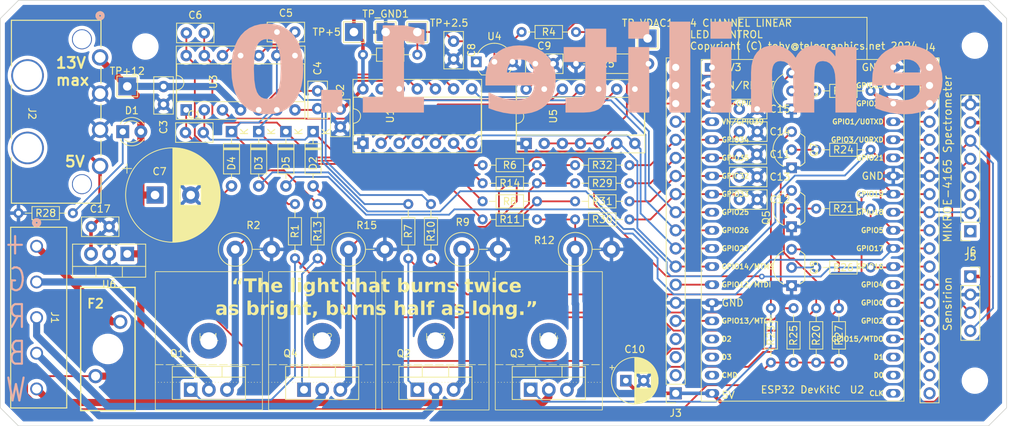
<source format=kicad_pcb>
(kicad_pcb (version 20221018) (generator pcbnew)
  (layers (0 "F.Cu" signal) (31 "B.Cu" power) (34 "B.Paste" user) (35 "F.Paste" user) (36 "B.SilkS" user "B.Silkscreen") (37 "F.SilkS" user "F.Silkscreen") (38 "B.Mask" user) (39 "F.Mask" user) (44 "Edge.Cuts" user))
  (net 0 "")
  (net 1 "+12V")
  (net 2 "Net-(J1-Pin_2)")
  (net 3 "Net-(J1-Pin_3)")
  (net 4 "Net-(J1-Pin_4)")
  (net 5 "Net-(J1-Pin_5)")
  (net 6 "+5V")
  (net 7 "Net-(Q1-G)")
  (net 8 "Net-(Q1-S)")
  (net 9 "Net-(Q2-G)")
  (net 10 "Net-(Q2-S)")
  (net 11 "Net-(Q3-G)")
  (net 12 "Net-(Q3-S)")
  (net 13 "Net-(Q4-G)")
  (net 14 "Net-(Q4-S)")
  (net 15 "Net-(U3A-OUT)")
  (net 16 "Net-(U4-K)")
  (net 17 "Net-(D2-K)")
  (net 18 "Net-(U3B-OUT)")
  (net 19 "Net-(D3-K)")
  (net 20 "Net-(U3C-OUT)")
  (net 21 "Net-(D4-K)")
  (net 22 "Net-(U3D-OUT)")
  (net 23 "Net-(D5-K)")
  (net 24 "Net-(U1-DACD)")
  (net 25 "Net-(U1-DACC)")
  (net 26 "Net-(U1-DACB)")
  (net 27 "Net-(U1-DACA)")
  (net 29 "Net-(Q5-B)")
  (net 30 "Net-(Q6-B)")
  (net 31 "Net-(Q7-B)")
  (net 32 "Net-(Q8-B)")
  (net 33 "Net-(J3-Pin_5)")
  (net 34 "Net-(J3-Pin_7)")
  (net 35 "Net-(J3-Pin_8)")
  (net 36 "Net-(J3-Pin_9)")
  (net 37 "Net-(J3-Pin_10)")
  (net 38 "Net-(J3-Pin_11)")
  (net 39 "Net-(J3-Pin_12)")
  (net 40 "Net-(J3-Pin_13)")
  (net 41 "Net-(J3-Pin_14)")
  (net 42 "Net-(J4-Pin_14)")
  (net 43 "Net-(J3-Pin_16)")
  (net 44 "Net-(J3-Pin_17)")
  (net 45 "Net-(J3-Pin_18)")
  (net 46 "Net-(J4-Pin_2)")
  (net 47 "Net-(J4-Pin_3)")
  (net 49 "Net-(J4-Pin_15)")
  (net 50 "Net-(J4-Pin_6)")
  (net 51 "Net-(J4-Pin_9)")
  (net 52 "Net-(J4-Pin_4)")
  (net 53 "Net-(D2-A)")
  (net 54 "Net-(D3-A)")
  (net 55 "Net-(D4-A)")
  (net 56 "Net-(D5-A)")
  (net 68 "Net-(D1-K)")
  (net 70 "Net-(U1-REFA)")
  (net 71 "Net-(U1-REFB)")
  (net 72 "Net-(U1-REFC)")
  (net 73 "Net-(U1-REFD)")
  (net 74 "Net-(J1-Pin_1)")
  (net 75 "Net-(J3-Pin_15)")
  (net 76 "Net-(J4-Pin_16)")
  (net 77 "GND")
  (net 81 "Net-(J4-Pin_5)")
  (net 82 "Net-(J4-Pin_13)")
  (footprint "Capacitor_THT:C_Disc_D5.0mm_W2.5mm_P2.50mm" (layer "F.Cu") (at 189.23 90.825 -90)
    (fp_text reference "C8")
    (fp_text value "0.1u")
  )
  (footprint "Resistor_THT:R_Axial_DIN0204_L3.6mm_D1.6mm_P7.62mm_Horizontal" (layer "F.Cu") (at 213.868 115.824 180)
    (fp_text reference "R30")
    (fp_text value "10k")
  )
  (footprint "Capacitor_THT:CP_Radial_D13.0mm_P5.00mm" (layer "F.Cu") (at 147.4 112.395)
    (fp_text reference "C7")
    (fp_text value "2200uF")
  )
  (footprint "Resistor_THT:R_Axial_DIN0414_L11.9mm_D4.5mm_P5.08mm_Vertical" (layer "F.Cu") (at 158.64 120.015)
    (fp_text reference "R2")
    (fp_text value "0.5")
  )
  (footprint "Connector_PinSocket_2.54mm:PinSocket_1x04_P2.54mm_Vertical" (layer "F.Cu") (at 261.62 123.825)
    (fp_text reference "J5")
    (fp_text value "Conn_01x04_Pin")
  )
  (footprint "Package_DIP:DIP-14_W7.62mm_Socket" (layer "F.Cu") (at 151.765 100.457 90)
    (fp_text reference "U3")
    (fp_text value "MC33204")
  )
  (footprint "Resistor_THT:R_Axial_DIN0204_L3.6mm_D1.6mm_P7.62mm_Horizontal" (layer "F.Cu") (at 247.65 122.555 180)
    (fp_text reference "R26")
    (fp_text value "10k")
  )
  (footprint "Resistor_THT:R_Axial_DIN0204_L3.6mm_D1.6mm_P7.62mm_Horizontal" (layer "F.Cu") (at 193.294 113.284)
    (fp_text reference "R8")
    (fp_text value "10k")
  )
  (footprint "Connector_PinSocket_2.54mm:PinSocket_1x19_P2.54mm_Vertical" (layer "F.Cu") (at 255.905 94.488)
    (fp_text reference "J4")
    (fp_text value "Conn_01x19_Socket")
  )
  (footprint "Resistor_THT:R_Axial_DIN0204_L3.6mm_D1.6mm_P7.62mm_Horizontal" (layer "F.Cu") (at 213.868 108.204 180)
    (fp_text reference "R32")
    (fp_text value "10k")
  )
  (footprint "Resistor_THT:R_Axial_DIN0207_L6.3mm_D2.5mm_P10.16mm_Horizontal" (layer "F.Cu") (at 216.535 93.98 180)
    (fp_text reference "R5")
    (fp_text value "1k")
  )
  (footprint "Package_TO_SOT_THT:TO-92_Inline_Wide" (layer "F.Cu") (at 236.58 116.84 90)
    (fp_text reference "Q5")
    (fp_text value "2N3904")
  )
  (footprint "Capacitor_THT:C_Disc_D5.0mm_W2.5mm_P2.50mm" (layer "F.Cu") (at 170.18 100.29 90)
    (fp_text reference "C4")
    (fp_text value "1n")
  )
  (footprint "LED_THT:LED_D3.0mm" (layer "F.Cu") (at 142.875 103.505)
    (fp_text reference "D1")
    (fp_text value "LED")
  )
  (footprint "TestPoint:TestPoint_THTPad_2.5x2.5mm_Drill1.2mm" (layer "F.Cu") (at 143.51 97.155)
    (fp_text reference "TP+12")
    (fp_text value "+12")
  )
  (footprint "TestPoint:TestPoint_THTPad_2.5x2.5mm_Drill1.2mm" (layer "F.Cu") (at 175.26 89.535)
    (fp_text reference "TP+5")
    (fp_text value "+5")
  )
  (footprint "Connector_PinSocket_2.54mm:PinSocket_1x19_P2.54mm_Vertical" (layer "F.Cu") (at 220.345 140.208 180)
    (fp_text reference "J3")
    (fp_text value "Conn_01x19_Socket")
  )
  (footprint "Capacitor_THT:C_Disc_D5.0mm_W2.5mm_P2.50mm" (layer "F.Cu") (at 231.755 109.855 180)
    (fp_text reference "C13")
    (fp_text value "0.1u")
  )
  (footprint "Resistor_THT:R_Axial_DIN0204_L3.6mm_D1.6mm_P7.62mm_Horizontal" (layer "F.Cu") (at 186.055 113.665 -90)
    (fp_text reference "R10")
    (fp_text value "10k")
  )
  (footprint "Resistor_THT:R_Axial_DIN0204_L3.6mm_D1.6mm_P7.62mm_Horizontal" (layer "F.Cu") (at 167.005 113.665 -90)
    (fp_text reference "R1")
    (fp_text value "10k")
  )
  (footprint "Connector_Wuerth_Custom:CONN5_WR-TBL-1377_WRE" (layer "F.Cu") (at 130.81 119.587 -90)
    (fp_text reference "J1")
    (fp_text value "Screw_Terminal")
  )
  (footprint "Capacitor_THT:C_Disc_D5.0mm_W2.5mm_P2.50mm" (layer "F.Cu") (at 200.68 93.98)
    (fp_text reference "C9")
    (fp_text value "1u")
  )
  (footprint "Connector_PinSocket_2.54mm:PinSocket_1x08_P2.54mm_Vertical" (layer "F.Cu") (at 261.62 117.475 180)
    (fp_text reference "J6")
    (fp_text value "Conn_01x08_Socket")
  )
  (footprint "Resistor_THT:R_Axial_DIN0204_L3.6mm_D1.6mm_P7.62mm_Horizontal" (layer "F.Cu") (at 170.18 113.665 -90)
    (fp_text reference "R13")
    (fp_text value "10k")
  )
  (footprint "Capacitor_THT:C_Disc_D5.0mm_W2.5mm_P2.50mm" (layer "F.Cu") (at 151.79 89.662)
    (fp_text reference "C6")
    (fp_text value "1n")
  )
  (footprint "Fuse:01530008" (layer "F.Cu") (at 140.7922 133.985)
    (fp_text reference "F2")
    (fp_text value "Fuse" hide)
  )
  (footprint "MountingHole:MountingHole_3.2mm_M3" (layer "F.Cu") (at 262.255 138.43)
    (fp_text reference "H3")
    (fp_text value "~")
  )
  (footprint "Resistor_THT:R_Axial_DIN0204_L3.6mm_D1.6mm_P7.62mm_Horizontal" (layer "F.Cu") (at 213.868 113.284 180)
    (fp_text reference "R31")
    (fp_text value "10k")
  )
  (footprint "Capacitor_THT:C_Disc_D5.0mm_W2.5mm_P2.50mm" (layer "F.Cu") (at 173.355 100.33 -90)
    (fp_text reference "C2")
    (fp_text value "1u")
  )
  (footprint "Package_TO_SOT_THT:TO-220-3_Vertical" (layer "F.Cu") (at 168.275 139.7)
    (fp_text reference "Q4")
    (fp_text value "FQP30N06")
  )
  (footprint "Capacitor_THT:C_Disc_D5.0mm_W2.5mm_P2.50mm" (layer "F.Cu") (at 166.985 89.535 180)
    (fp_text reference "C5")
    (fp_text value "1n")
  )
  (footprint "Resistor_THT:R_Axial_DIN0204_L3.6mm_D1.6mm_P7.62mm_Horizontal" (layer "F.Cu") (at 198.755 89.535)
    (fp_text reference "R4")
    (fp_text value "2.2k")
  )
  (footprint "Resistor_THT:R_Axial_DIN0204_L3.6mm_D1.6mm_P7.62mm_Horizontal" (layer "F.Cu") (at 247.65 114.3 180)
    (fp_text reference "R21")
    (fp_text value "10k")
  )
  (footprint "Diode_THT:D_DO-35_SOD27_P7.62mm_Horizontal" (layer "F.Cu") (at 161.925 103.505 -90)
    (fp_text reference "D3")
    (fp_text value "1N4148")
  )
  (footprint "Package_TO_SOT_THT:TO-92_Inline_Wide" (layer "F.Cu") (at 236.58 125.095 90)
    (fp_text reference "Q8")
    (fp_text value "2N3904")
  )
  (footprint "Resistor_THT:R_Axial_DIN0204_L3.6mm_D1.6mm_P7.62mm_Horizontal" (layer "F.Cu") (at 233.68 128.27 -90)
    (fp_text reference "R23")
    (fp_text value "100k")
  )
  (footprint "Heatsink:Max47 heatsink" (layer "F.Cu") (at 186.69 132.842)
    (fp_text reference "HS3")
    (fp_text value "~")
  )
  (footprint "Resistor_THT:R_Axial_DIN0204_L3.6mm_D1.6mm_P7.62mm_Horizontal" (layer "F.Cu") (at 247.65 106.045 180)
    (fp_text reference "R24")
    (fp_text value "10k")
  )
  (footprint "Capacitor_THT:C_Disc_D5.0mm_W2.5mm_P2.50mm" (layer "F.Cu") (at 138.47 116.84)
    (fp_text reference "C17")
    (fp_text value ".1u")
  )
  (footprint "Package_DIP:DIP-14_W7.62mm_Socket" (layer "F.Cu") (at 176.525 105.127 90)
    (fp_text reference "U1")
    (fp_text value "TLV5620CN")
  )
  (footprint "Resistor_THT:R_Axial_DIN0414_L11.9mm_D4.5mm_P5.08mm_Vertical" (layer "F.Cu") (at 206.265 120.015)
    (fp_text reference "R12")
    (fp_text value "0.5")
  )
  (footprint "Resistor_THT:R_Axial_DIN0204_L3.6mm_D1.6mm_P7.62mm_Horizontal" (layer "F.Cu") (at 135.89 114.935 180)
    (fp_text reference "R28")
    (fp_text value "1k")
  )
  (footprint "Package_DIP:DIP-14_W7.62mm_Socket" (layer "F.Cu") (at 199.385 105.156 90)
    (fp_text reference "U5")
    (fp_text value "TLV5620CN")
  )
  (footprint "Package_TO_SOT_THT:TO-220-3_Vertical" (layer "F.Cu") (at 184.15 139.7)
    (fp_text reference "Q2")
    (fp_text value "FQP30N06")
  )
  (footprint "Package_TO_SOT_THT:TO-220-3_Vertical" (layer "F.Cu") (at 143.51 120.65 180)
    (fp_text reference "U6")
    (fp_text value "L7805")
  )
  (footprint "Diode_THT:D_DO-35_SOD27_P7.62mm_Horizontal" (layer "F.Cu") (at 165.735 103.505 -90)
    (fp_text reference "D5")
    (fp_text value "1N4148")
  )
  (footprint "TestPoint:TestPoint_THTPad_2.5x2.5mm_Drill1.2mm" (layer "F.Cu") (at 179.705 89.535)
    (fp_text reference "TP_GND1")
    (fp_text value "GND")
  )
  (footprint "Capacitor_THT:CP_Radial_D6.3mm_P2.50mm" (layer "F.Cu") (at 213.36 138.43)
    (fp_text reference "C10")
    (fp_text value "100u")
  )
  (footprint "Heatsink:Max47 heatsink" (layer "F.Cu") (at 202.565 132.842)
    (fp_text reference "HS4")
    (fp_text value "~")
  )
  (footprint "Diode_THT:D_DO-35_SOD27_P7.62mm_Horizontal" (layer "F.Cu") (at 158.115 103.505 -90)
    (fp_text reference "D4")
    (fp_text value "1N4148")
  )
  (footprint "Resistor_THT:R_Axial_DIN0204_L3.6mm_D1.6mm_P7.62mm_Horizontal" (layer "F.Cu") (at 247.65 97.79 180)
    (fp_text reference "R22")
    (fp_text value "10k")
  )
  (footprint "Package_TO_SOT_THT:TO-220-3_Vertical" (layer "F.Cu") (at 200.025 139.7)
    (fp_text reference "Q3")
    (fp_text value "FQP30N06")
  )
  (footprint "MountingHole:MountingHole_3.2mm_M3" (layer "F.Cu") (at 146.05 91.567)
    (fp_text reference "H1")
    (fp_text value "~")
  )
  (footprint "Resistor_THT:R_Axial_DIN0204_L3.6mm_D1.6mm_P7.62mm_Horizontal" (layer "F.Cu") (at 240.03 128.27 -90)
    (fp_text reference "R20")
    (fp_text value "100k")
  )
  (footprint "Capacitor_THT:C_Disc_D5.0mm_W2.5mm_P2.50mm" (layer "F.Cu") (at 148.59 97.175 -90)
    (fp_text reference "C3")
    (fp_text value "1u")
  )
  (footprint "Package_TO_SOT_THT:TO-92_Inline_Wide" (layer "F.Cu") (at 236.58 108.585 90)
    (fp_text reference "Q7")
    (fp_text value "2N3904")
  )
  (footprint "Resistor_THT:R_Axial_DIN0204_L3.6mm_D1.6mm_P7.62mm_Horizontal" (layer "F.Cu") (at 182.88 113.665 -90)
    (fp_text reference "R7")
    (fp_text value "10k")
  )
  (footprint "Resistor_THT:R_Axial_DIN0204_L3.6mm_D1.6mm_P7.62mm_Horizontal" (layer "F.Cu") (at 213.868 110.744 180)
    (fp_text reference "R29")
    (fp_text value "10k")
  )
  (footprint "Resistor_THT:R_Axial_DIN0204_L3.6mm_D1.6mm_P7.62mm_Horizontal" (layer "F.Cu") (at 193.294 110.744)
    (fp_text reference "R14")
    (fp_text value "10k")
  )
  (footprint "TestPoint:TestPoint_THTPad_2.5x2.5mm_Drill1.2mm" (layer "F.Cu") (at 184.15 89.535)
    (fp_text reference "TP+2.5")
    (fp_text value "2.5REF")
  )
  (footprint "TestPoint:TestPoint_THTPad_2.5x2.5mm_Drill1.2mm" (layer "F.Cu") (at 216.408 90.424)
    (fp_text reference "TP_VDAC1")
    (fp_text value "VDAC")
  )
  (footprint "Resistor_THT:R_Axial_DIN0204_L3.6mm_D1.6mm_P7.62mm_Horizontal" (layer "F.Cu") (at 176.53 92.71)
    (fp_text reference "R3")
    (fp_text value "3.3k")
  )
  (footprint "Capacitor_THT:C_Disc_D5.0mm_W2.5mm_P2.50mm" (layer "F.Cu") (at 231.755 100.33 180)
    (fp_text reference "C15")
    (fp_text value "0.1u")
  )
  (footprint "Resistor_THT:R_Axial_DIN0414_L11.9mm_D4.5mm_P5.08mm_Vertical" (layer "F.Cu") (at 174.515 120.015)
    (fp_text reference "R15")
    (fp_text value "0.5")
  )
  (footprint "Resistor_THT:R_Axial_DIN0414_L11.9mm_D4.5mm_P5.08mm_Vertical" (layer "F.Cu") (at 190.39 120.015)
    (fp_text reference "R9")
    (fp_text value "0.5")
  )
  (footprint "Heatsink:Max47 heatsink" (layer "F.Cu") (at 170.815 132.842)
    (fp_text reference "HS2")
    (fp_text value "~")
  )
  (footprint "Capacitor_THT:C_Disc_D5.0mm_W2.5mm_P2.50mm" (layer "F.Cu") (at 231.715 106.68 180)
    (fp_text reference "C11")
    (fp_text value "0.1u")
  )
  (footprint "Capacitor_THT:C_Disc_D5.0mm_W2.5mm_P2.50mm" (layer "F.Cu") (at 231.775 113.03 180)
    (fp_text reference "C12")
    (fp_text value "0.1u")
  )
  (footprint "Heatsink:Max47 heatsink" (layer "F.Cu") (at 154.94 132.842)
    (fp_text reference "HS1")
    (fp_text value "~")
  )
  (footprint "Connector_TE_Custom:641737-1_TYC" (layer "F.Cu") (at 134.62 100.457 -90)
    (fp_text reference "J2")
    (fp_text value "Conn_01x04_Pin")
  )
  (footprint "Resistor_THT:R_Axial_DIN0204_L3.6mm_D1.6mm_P7.62mm_Horizontal" (layer "F.Cu") (at 243.205 128.27 -90)
    (fp_text reference "R27")
    (fp_text value "100k")
  )
  (footprint "MountingHole:MountingHole_3.2mm_M3" (layer "F.Cu") (at 262.255 91.44)
    (fp_text reference "H2")
    (fp_text value "~")
  )
  (footprint "Resistor_THT:R_Axial_DIN0204_L3.6mm_D1.6mm_P7.62mm_Horizontal" (layer "F.Cu") (at 193.294 115.824)
    (fp_text reference "R11")
    (fp_text value "10k")
  )
  (footprint "Capacitor_THT:C_Disc_D5.0mm_W2.5mm_P2.50mm" (layer "F.Cu") (at 231.775 103.505 180)
    (fp_text reference "C14")
    (fp_text value "0.1u")
  )
  (footprint "Package_TO_SOT_THT:TO-220-3_Vertical" (layer "F.Cu") (at 152.4 139.7)
    (fp_text reference "Q1")
    (fp_text value "FQP30N06")
  )
  (footprint "Package_TO_SOT_THT:TO-92_Inline_Wide" (layer "F.Cu") (at 236.58 100.33 90)
    (fp_text reference "Q6")
    (fp_text value "2N3904")
  )
  (footprint "Capacitor_THT:C_Disc_D5.0mm_W2.5mm_P2.50mm" (layer "F.Cu") (at 151.658 103.632)
    (fp_text reference "C1")
    (fp_text value "1n")
  )
  (footprint "Espressif_Custom:ESP32-DevKitC" (layer "F.Cu") (at 225.42868 94.488)
    (fp_text reference "U2")
    (fp_text value "ESP32 DevKitC ")
  )
  (footprint "Resistor_THT:R_Axial_DIN0204_L3.6mm_D1.6mm_P7.62mm_Horizontal" (layer "F.Cu") (at 236.855 128.27 -90)
    (fp_text reference "R25")
    (fp_text value "100k")
  )
  (footprint "Diode_THT:D_DO-35_SOD27_P7.62mm_Horizontal" (layer "F.Cu") (at 169.545 103.505 -90)
    (fp_text reference "D2")
    (fp_text value "1N4148")
  )
  (footprint "Package_TO_SOT_THT:TO-92_Inline_Wide" (layer "F.Cu") (at 192.405 93.705)
    (fp_text reference "U4")
    (fp_text value "LM4040LP-2.5")
  )
  (footprint "Resistor_THT:R_Axial_DIN0204_L3.6mm_D1.6mm_P7.62mm_Horizontal" (layer "F.Cu") (at 193.294 108.204)
    (fp_text reference "R6")
    (fp_text value "10k")
  )
  (gr_poly (pts (xy 125.73 87.63) (xy 128.27 85.09) (xy 264.16 85.09) (xy 266.7 87.63) (xy 266.7 142.24) (xy 264.16 144.78) (xy 128.27 144.78) (xy 125.73 142.24)) (stroke (width 0.1)) (fill none) (layer "Edge.Cuts"))
  (gr_text "+\nG\nR\nB\nW" (at 129.54 141.605) (layer "B.SilkS") (effects (font (size 3.2 2.5) (thickness 0.3) bold) (justify left bottom mirror)))
  (gr_text "emilite 1.0" (at 258.445 102.87) (layer "B.SilkS") (effects (font (size 12 12) (thickness 0.2) bold) (justify left bottom mirror)))
  (gr_text "Sensirion " (at 259.08 131.572 90) (layer "F.SilkS") (effects (font (size 1.1 1.1)) (justify left bottom)))
  (gr_text "5V" (at 134.62 108.585) (layer "F.SilkS") (effects (font (size 1.5 1.5) (thickness 0.3) bold) (justify left bottom)))
  (gr_text "MIKROE-4165 Spectrometer" (at 259.08 119.126 90) (layer "F.SilkS") (effects (font (size 1.1 1.1)) (justify left bottom)))
  (gr_text "13V\nmax" (at 133.35 97.155) (layer "F.SilkS") (effects (font (size 1.5 1.5) (thickness 0.3) bold) (justify left bottom)))
  (gr_text "“The light that burns twice\nas bright, burns half as long.”" (at 178.435 129.54) (layer "F.SilkS") (effects (font (size 1.9 1.9) (thickness 0.3) bold) (justify bottom)))
  (gr_text "4 CHANNEL LINEAR\nLED CONTROL\nCopyright (C) toby@telegraphics.net 2024" (at 222.25 92.075) (layer "F.SilkS") (effects (font (size 1 1)) (justify left bottom)))
  (segment (start 147.4 112.395) (end 145.415 112.395) (width 1) (layer "F.Cu") (net 1))
  (segment (start 143.51 120.65) (end 145.415 120.65) (width 1) (layer "F.Cu") (net 1))
  (segment (start 143.51 97.155) (end 145.415 99.06) (width 1) (layer "F.Cu") (net 1))
  (segment (start 131.63 142.425) (end 129.4833 140.2783) (width 0.25) (layer "F.Cu") (net 1))
  (segment (start 145.415 133.098976) (end 140.718976 137.795) (width 1) (layer "F.Cu") (net 1))
  (segment (start 243.205 135.89) (end 233.68 135.89) (width 0.25) (layer "F.Cu") (net 1))
  (segment (start 129.4833 138.4867) (end 130.175 137.795) (width 0.25) (layer "F.Cu") (net 1))
  (segment (start 145.415 99.06) (end 145.415 103.505) (width 1) (layer "F.Cu") (net 1))
  (segment (start 145.415 112.395) (end 145.415 120.65) (width 1) (layer "F.Cu") (net 1))
  (segment (start 139.7 93.345) (end 143.51 97.155) (width 1) (layer "F.Cu") (net 1))
  (segment (start 145.415 120.65) (end 145.415 133.098976) (width 1) (layer "F.Cu") (net 1))
  (segment (start 233.68 135.89) (end 230.505 139.065) (width 0.25) (layer "F.Cu") (net 1))
  (segment (start 140.718976 137.795) (end 139.065 137.795) (width 1) (layer "F.Cu") (net 1))
  (segment (start 230.505 139.065) (end 224.722111 139.065) (width 0.25) (layer "F.Cu") (net 1))
  (segment (start 224.722111 139.065) (end 221.362111 142.425) (width 0.25) (layer "F.Cu") (net 1))
  (segment (start 129.4833 140.2783) (end 129.4833 138.4867) (width 0.25) (layer "F.Cu") (net 1))
  (segment (start 145.415 103.505) (end 145.415 112.395) (width 1) (layer "F.Cu") (net 1))
  (segment (start 130.175 137.795) (end 139.065 137.795) (width 0.25) (layer "F.Cu") (net 1))
  (segment (start 139.7 93.091) (end 139.7 93.345) (width 1) (layer "F.Cu") (net 1))
  (segment (start 221.362111 142.425) (end 131.63 142.425) (width 0.25) (layer "F.Cu") (net 1))
  (segment (start 156.103 97.175) (end 159.385 100.457) (width 1) (layer "B.Cu") (net 1))
  (segment (start 148.57 97.155) (end 148.59 97.175) (width 1) (layer "B.Cu") (net 1))
  (segment (start 143.51 97.155) (end 148.57 97.155) (width 1) (layer "B.Cu") (net 1))
  (segment (start 148.59 97.175) (end 156.103 97.175) (width 1) (layer "B.Cu") (net 1))
  (segment (start 154.94 139.7) (end 154.94 138.6875) (width 1) (layer "B.Cu") (net 2))
  (segment (start 154.94 138.6875) (end 140.8395 124.587) (width 1) (layer "B.Cu") (net 2))
  (segment (start 140.8395 124.587) (end 130.81 124.587) (width 1) (layer "B.Cu") (net 2))
  (segment (start 169.4775 142.05) (end 170.815 140.7125) (width 1) (layer "B.Cu") (net 3))
  (segment (start 130.81 132.085585) (end 140.774415 142.05) (width 1) (layer "B.Cu") (net 3))
  (segment (start 170.815 140.7125) (end 170.815 139.7) (width 1) (layer "B.Cu") (net 3))
  (segment (start 140.774415 142.05) (end 169.4775 142.05) (width 1) (layer "B.Cu") (net 3))
  (segment (start 130.81 129.587) (end 130.81 132.085585) (width 1) (layer "B.Cu") (net 3))
  (segment (start 185.04 143.35) (end 186.69 141.7) (width 1) (layer "B.Cu") (net 4))
  (segment (start 130.81 134.587001) (end 139.572999 143.35) (width 1) (layer "B.Cu") (net 4))
  (segment (start 186.69 141.7) (end 186.69 139.7) (width 1) (layer "B.Cu") (net 4))
  (segment (start 139.572999 143.35) (end 185.04 143.35) (width 1) (layer "B.Cu") (net 4))
  (segment (start 130.81 139.587001) (end 132.722999 141.5) (width 1) (layer "F.Cu") (net 5))
  (segment (start 201.7775 141.5) (end 202.565 140.7125) (width 1) (layer "F.Cu") (net 5))
  (segment (start 132.722999 141.5) (end 201.7775 141.5) (width 1) (layer "F.Cu") (net 5))
  (segment (start 202.565 140.7125) (end 202.565 139.7) (width 1) (layer "F.Cu") (net 5))
  (segment (start 264.16 123.825) (end 264.16 133.985) (width 0.5) (layer "F.Cu") (net 6))
  (segment (start 138.43 120.65) (end 138.43 116.88) (width 0.5) (layer "F.Cu") (net 6))
  (segment (start 175.26 87.2) (end 200.66 87.2) (width 0.5) (layer "F.Cu") (net 6))
  (segment (start 226.72868 141.508) (end 256.637 141.508) (width 0.5) (layer "F.Cu") (net 6))
  (segment (start 134.62 89.535) (end 136.955 87.2) (width 0.5) (layer "F.Cu") (net 6))
  (segment (start 173.702 100.33) (end 176.525 97.507) (width 0.5) (layer "F.Cu") (net 6))
  (segment (start 139.7 115.61) (end 139.7 108.331) (width 0.5) (layer "F.Cu") (net 6))
  (segment (start 200.68 93.98) (end 200.68 92.69) (width 0.5) (layer "F.Cu") (net 6))
  (segment (start 215.138 140.208) (end 213.36 138.43) (width 0.5) (layer "F.Cu") (net 6))
  (segment (start 173.355 100.33) (end 173.702 100.33) (width 0.5) (layer "F.Cu") (net 6))
  (segment (start 200.68 92.69) (end 200.66 92.67) (width 0.5) (layer "F.Cu") (net 6))
  (segment (start 176.53 90.805) (end 175.26 89.535) (width 0.5) (layer "F.Cu") (net 6))
  (segment (start 220.345 140.208) (end 215.138 140.208) (width 0.5) (layer "F.Cu") (net 6))
  (segment (start 264.16 98.63) (end 264.16 102.235) (width 0.5) (layer "F.Cu") (net 6))
  (segment (start 134.62 89.535) (end 134.62 103.251) (width 0.5) (layer "F.Cu") (net 6))
  (segment (start 259.08 135.255) (end 262.89 135.255) (width 0.5) (layer "F.Cu") (net 6))
  (segment (start 264.16 102.235) (end 264.16 123.825) (width 0.5) (layer "F.Cu") (net 6))
  (segment (start 136.955 87.2) (end 175.26 87.2) (width 0.5) (layer "F.Cu") (net 6))
  (segment (start 256.637 141.508) (end 257.81 140.335) (width 0.5) (layer "F.Cu") (net 6))
  (segment (start 252.73 87.2) (end 264.16 98.63) (width 0.5) (layer "F.Cu") (net 6))
  (segment (start 262.89 135.255) (end 264.16 133.985) (width 0.5) (layer "F.Cu") (net 6))
  (segment (start 200.66 92.67) (end 200.66 87.2) (width 0.5) (layer "F.Cu") (net 6))
  (segment (start 261.62 123.825) (end 264.16 123.825) (width 0.5) (layer "F.Cu") (net 6))
  (segment (start 200.68 96.241) (end 199.385 97.536) (width 0.5) (layer "F.Cu") (net 6))
  (segment (start 257.81 136.525) (end 259.08 135.255) (width 0.5) (layer "F.Cu") (net 6))
  (segment (start 138.47 116.84) (end 139.7 115.61) (width 0.5) (layer "F.Cu") (net 6))
  (segment (start 176.53 92.71) (end 176.53 90.805) (width 0.5) (layer "F.Cu") (net 6))
  (segment (start 200.68 93.98) (end 200.68 96.241) (width 0.5) (layer "F.Cu") (net 6))
  (segment (start 225.42868 140.208) (end 226.72868 141.508) (width 0.5) (layer "F.Cu") (net 6))
  (segment (start 138.43 116.88) (end 138.47 116.84) (width 0.5) (layer "F.Cu") (net 6))
  (segment (start 175.26 89.535) (end 175.26 87.2) (width 0.5) (layer "F.Cu") (net 6))
  (segment (start 134.62 103.251) (end 139.7 108.331) (width 0.5) (layer "F.Cu") (net 6))
  (segment (start 257.81 140.335) (end 257.81 136.525) (width 0.5) (layer "F.Cu") (net 6))
  (segment (start 261.62 102.235) (end 264.16 102.235) (width 0.5) (layer "F.Cu") (net 6))
  (segment (start 200.66 87.2) (end 252.73 87.2) (width 0.5) (layer "F.Cu") (net 6))
  (segment (start 176.53 97.502) (end 176.525 97.507) (width 0.5) (layer "B.Cu") (net 6))
  (segment (start 220.345 140.208) (end 225.42868 140.208) (width 0.5) (layer "B.Cu") (net 6))
  (segment (start 176.53 92.71) (end 176.53 97.502) (width 0.5) (layer "B.Cu") (net 6))
  (segment (start 218.144299 135.667) (end 219.858299 133.953) (width 0.25) (layer "F.Cu") (net 7))
  (segment (start 237.522 133.953) (end 243.205 128.27) (width 0.25) (layer "F.Cu") (net 7))
  (segment (start 181.387 135.667) (end 218.144299 135.667) (width 0.25) (layer "F.Cu") (net 7))
  (segment (start 243.205 121.92) (end 243.205 128.27) (width 0.25) (layer "F.Cu") (net 7))
  (segment (start 167.005 121.285) (end 181.387 135.667) (width 0.25) (layer "F.Cu") (net 7))
  (segment (start 241.3 120.015) (end 243.205 121.92) (width 0.25) (layer "F.Cu") (net 7))
  (segment (start 219.858299 133.953) (end 237.522 133.953) (width 0.25) (layer "F.Cu") (net 7))
  (segment (start 236.58 120.015) (end 241.3 120.015) (width 0.25) (layer "F.Cu") (net 7))
  (segment (start 167.005 137.795) (end 163.675 141.125) (width 0.25) (layer "B.Cu") (net 7))
  (segment (start 167.005 121.285) (end 167.005 137.795) (width 0.25) (layer "B.Cu") (net 7))
  (segment (start 163.675 141.125) (end 153.825 141.125) (width 0.25) (layer "B.Cu") (net 7))
  (segment (start 153.825 141.125) (end 152.4 139.7) (width 0.25) (layer "B.Cu") (net 7))
  (segment (start 206.248 108.204) (end 200.914 108.204) (width 0.25) (layer "F.Cu") (net 8))
  (segment (start 161.18 117.475) (end 193.870387 117.475) (width 0.25) (layer "F.Cu") (net 8))
  (segment (start 198.070091 111.047909) (end 200.914 108.204) (width 0.25) (layer "F.Cu") (net 8))
  (segment (start 158.64 120.015) (end 161.18 117.475) (width 0.25) (layer "F.Cu") (net 8))
  (segment (start 193.870387 117.475) (end 198.070091 113.275296) (width 0.25) (layer "F.Cu") (net 8))
  (segment (start 198.070091 113.275296) (end 198.070091 111.047909) (width 0.25) (layer "F.Cu") (net 8))
  (segment (start 157.48 139.7) (end 158.64 138.54) (width 1) (layer "B.Cu") (net 8))
  (segment (start 158.64 138.54) (end 158.64 120.015) (width 1) (layer "B.Cu") (net 8))
  (segment (start 236.855 128.27) (end 235.055 128.27) (width 0.25) (layer "F.Cu") (net 9))
  (segment (start 227.6475 129.8575) (end 234.1025 129.8575) (width 0.25) (layer "F.Cu") (net 9))
  (segment (start 182.88 121.285) (end 190.468 128.873) (width 0.25) (layer "F.Cu") (net 9))
  (segment (start 190.468 128.873) (end 226.663 128.873) (width 0.25) (layer "F.Cu") (net 9))
  (segment (start 226.663 128.873) (end 227.6475 129.8575) (width 0.25) (layer "F.Cu") (net 9))
  (segment (start 234.1025 129.8575) (end 235.055 128.905) (width 0.25) (layer "F.Cu") (net 9))
  (segment (start 235.055 128.27) (end 235.055 128.905) (width 0.25) (layer "F.Cu") (net 9))
  (segment (start 236.58 103.505) (end 235.055 105.03) (width 0.25) (layer "F.Cu") (net 9))
  (segment (start 235.055 105.03) (end 235.055 128.27) (width 0.25) (layer "F.Cu") (net 9))
  (segment (start 182.88 121.285) (end 182.88 138.43) (width 0.25) (layer "B.Cu") (net 9))
  (segment (start 182.88 138.43) (end 184.15 139.7) (width 0.25) (layer "B.Cu") (net 9))
  (segment (start 206.248 113.284) (end 200.914 113.284) (width 0.25) (layer "F.Cu") (net 10))
  (segment (start 200.914 113.284) (end 196.164989 118.033011) (width 0.25) (layer "F.Cu") (net 10))
  (segment (start 192.886022 120.015) (end 194.868011 118.033011) (width 0.25) (layer "F.Cu") (net 10))
  (segment (start 196.164989 118.033011) (end 194.868011 118.033011) (width 0.25) (layer "F.Cu") (net 10))
  (segment (start 190.39 120.015) (end 192.886022 120.015) (width 0.25) (layer "F.Cu") (net 10))
  (segment (start 190.39 138.54) (end 190.39 120.015) (width 1) (layer "B.Cu") (net 10))
  (segment (start 189.23 139.7) (end 190.39 138.54) (width 1) (layer "B.Cu") (net 10))
  (segment (start 191.103 126.333) (end 233.648 126.333) (width 0.25) (layer "F.Cu") (net 11))
  (segment (start 191.103 126.333) (end 186.055 121.285) (width 0.25) (layer "F.Cu") (net 11))
  (segment (start 233.648 126.333) (end 233.68 126.365) (width 0.25) (layer "F.Cu") (net 11))
  (segment (start 233.68 126.365) (end 233.68 128.27) (width 0.25) (layer "F.Cu") (net 11))
  (segment (start 236.58 95.25) (end 233.68 98.15) (width 0.25) (layer "F.Cu") (net 11))
  (segment (start 233.68 98.15) (end 233.68 126.365) (width 0.25) (layer "F.Cu") (net 11))
  (segment (start 233.68 128.27) (end 233.68 133.664828) (width 0.25) (layer "B.Cu") (net 11))
  (segment (start 201.708 141.383) (end 200.025 139.7) (width 0.25) (layer "B.Cu") (net 11))
  (segment (start 201.708 141.383) (end 225.961828 141.383) (width 0.25) (layer "B.Cu") (net 11))
  (segment (start 233.68 133.664828) (end 225.961828 141.383) (width 0.25) (layer "B.Cu") (net 11))
  (segment (start 206.265 120.015) (end 206.265 115.841) (width 0.25) (layer "F.Cu") (net 12))
  (segment (start 206.265 115.841) (end 206.248 115.824) (width 0.25) (layer "F.Cu") (net 12))
  (segment (start 206.248 115.824) (end 200.914 115.824) (width 0.25) (layer "F.Cu") (net 12))
  (segment (start 206.265 127.635) (end 206.328426 127.698426) (width 1) (layer "B.Cu") (net 12))
  (segment (start 206.328426 138.476574) (end 205.105 139.7) (width 1) (layer "B.Cu") (net 12))
  (segment (start 206.328426 127.698426) (end 206.328426 138.476574) (width 1) (layer "B.Cu") (net 12))
  (segment (start 206.265 120.015) (end 206.265 127.635) (width 1) (layer "B.Cu") (net 12))
  (segment (start 178.435 129.54) (end 218.175299 129.54) (width 0.25) (layer "F.Cu") (net 13))
  (segment (start 170.18 121.285) (end 178.435 129.54) (width 0.25) (layer "F.Cu") (net 13))
  (segment (start 235.505 120.46028) (end 236.32972 121.285) (width 0.25) (layer "F.Cu") (net 13))
  (segment (start 218.175299 129.54) (end 220.048299 131.413) (width 0.25) (layer "F.Cu") (net 13))
  (segment (start 220.048299 131.413) (end 236.887 131.413) (width 0.25) (layer "F.Cu") (net 13))
  (segment (start 236.32972 121.285) (end 236.855 121.285) (width 0.25) (layer "F.Cu") (net 13))
  (segment (start 235.505 112.835) (end 235.505 120.46028) (width 0.25) (layer "F.Cu") (net 13))
  (segment (start 240.03 124.46) (end 240.03 128.27) (width 0.25) (layer "F.Cu") (net 13))
  (segment (start 236.58 111.76) (end 235.505 112.835) (width 0.25) (layer "F.Cu") (net 13))
  (segment (start 236.855 121.285) (end 240.03 124.46) (width 0.25) (layer "F.Cu") (net 13))
  (segment (start 236.887 131.413) (end 240.03 128.27) (width 0.25) (layer "F.Cu") (net 13))
  (segment (start 170.18 121.285) (end 167.99 123.475) (width 0.25) (layer "B.Cu") (net 13))
  (segment (start 167.99 139.415) (end 168.275 139.7) (width 0.25) (layer "B.Cu") (net 13))
  (segment (start 167.99 123.475) (end 167.99 139.415) (width 0.25) (layer "B.Cu") (net 13))
  (segment (start 199.789 113.631182) (end 199.789 111.869) (width 0.25) (layer "F.Cu") (net 14))
  (segment (start 199.789 111.869) (end 200.914 110.744) (width 0.25) (layer "F.Cu") (net 14))
  (segment (start 174.515 120.015) (end 176.373545 118.156455) (width 0.25) (layer "F.Cu") (net 14))
  (segment (start 176.373545 118.156455) (end 193.966749 118.156455) (width 0.25) (layer "F.Cu") (net 14))
  (segment (start 193.966749 118.156455) (end 194.796602 117.326602) (width 0.25) (layer "F.Cu") (net 14))
  (segment (start 196.09358 117.326602) (end 199.789 113.631182) (width 0.25) (layer "F.Cu") (net 14))
  (segment (start 206.248 110.744) (end 200.914 110.744) (width 0.25) (layer "F.Cu") (net 14))
  (segment (start 194.796602 117.326602) (end 196.09358 117.326602) (width 0.25) (layer "F.Cu") (net 14))
  (segment (start 174.515 138.54) (end 174.515 120.015) (width 1) (layer "B.Cu") (net 14))
  (segment (start 173.355 139.7) (end 174.515 138.54) (width 1) (layer "B.Cu") (net 14))
  (segment (start 151.658 103.632) (end 157.406 109.38) (width 0.25) (layer "F.Cu") (net 15))
  (segment (start 161.770992 109.38) (end 166.055991 113.665) (width 0.25) (layer "F.Cu") (net 15))
  (segment (start 166.055991 113.665) (end 167.005 113.665) (width 0.25) (layer "F.Cu") (net 15))
  (segment (start 157.406 109.38) (end 161.770992 109.38) (width 0.25) (layer "F.Cu") (net 15))
  (segment (start 151.765 100.457) (end 151.765 103.525) (width 0.25) (layer "F.Cu") (net 15))
  (segment (start 151.765 103.525) (end 151.658 103.632) (width 0.25) (layer "F.Cu") (net 15))
  (segment (start 189.23 90.825) (end 194.945 90.825) (width 0.25) (layer "F.Cu") (net 16))
  (segment (start 184.15 92.71) (end 184.15 89.535) (width 0.25) (layer "F.Cu") (net 16))
  (segment (start 194.945 90.825) (end 197.465 90.825) (width 0.25) (layer "F.Cu") (net 16))
  (segment (start 194.945 93.705) (end 194.945 90.825) (width 0.25) (layer "F.Cu") (net 16))
  (segment (start 187.94 89.535) (end 189.23 90.825) (width 0.25) (layer "F.Cu") (net 16))
  (segment (start 184.15 89.535) (end 187.94 89.535) (width 0.25) (layer "F.Cu") (net 16))
  (segment (start 198.755 89.535) (end 197.465 90.825) (width 0.25) (layer "F.Cu") (net 16))
  (segment (start 189.866396 106.68) (end 191.390396 108.204) (width 0.25) (layer "F.Cu") (net 17))
  (segment (start 172.72 106.68) (end 189.866396 106.68) (width 0.25) (layer "F.Cu") (net 17))
  (segment (start 191.390396 108.204) (end 193.294 108.204) (width 0.25) (layer "F.Cu") (net 17))
  (segment (start 154.285 103.505) (end 154.158 103.632) (width 0.25) (layer "F.Cu") (net 17))
  (segment (start 154.305 103.485) (end 154.158 103.632) (width 0.25) (layer "F.Cu") (net 17))
  (segment (start 169.545 103.505) (end 172.72 106.68) (width 0.25) (layer "F.Cu") (net 17))
  (segment (start 154.305 100.457) (end 154.305 103.485) (width 0.25) (layer "F.Cu") (net 17))
  (segment (start 169.545 103.505) (end 168.42 104.63) (width 0.25) (layer "B.Cu") (net 17))
  (segment (start 155.156 104.63) (end 154.158 103.632) (width 0.25) (layer "B.Cu") (net 17))
  (segment (start 168.42 104.63) (end 155.156 104.63) (width 0.25) (layer "B.Cu") (net 17))
  (segment (start 167.005 100.457) (end 170.013 100.457) (width 0.25) (layer "F.Cu") (net 18))
  (segment (start 170.013 100.457) (end 170.18 100.29) (width 0.25) (layer "F.Cu") (net 18))
  (segment (start 170.815 107.712604) (end 170.815 100.925) (width 0.25) (layer "B.Cu") (net 18))
  (segment (start 170.815 100.925) (end 170.18 100.29) (width 0.25) (layer "B.Cu") (net 18))
  (segment (start 182.88 113.665) (end 176.767396 113.665) (width 0.25) (layer "B.Cu") (net 18))
  (segment (start 176.767396 113.665) (end 170.815 107.712604) (width 0.25) (layer "B.Cu") (net 18))
  (segment (start 170.18 97.79) (end 167.132 97.79) (width 0.25) (layer "F.Cu") (net 19))
  (segment (start 187.59 107.58) (end 166 107.58) (width 0.25) (layer "F.Cu") (net 19))
  (segment (start 193.294 113.284) (end 187.59 107.58) (width 0.25) (layer "F.Cu") (net 19))
  (segment (start 166 107.58) (end 161.925 103.505) (width 0.25) (layer "F.Cu") (net 19))
  (segment (start 167.132 97.79) (end 164.465 100.457) (width 0.25) (layer "F.Cu") (net 19))
  (segment (start 164.465 100.457) (end 161.925 102.997) (width 0.25) (layer "B.Cu") (net 19))
  (segment (start 161.925 102.997) (end 161.925 103.505) (width 0.25) (layer "B.Cu") (net 19))
  (segment (start 166.985 92.817) (end 167.005 92.837) (width 0.25) (layer "B.Cu") (net 20))
  (segment (start 168.275 99.06) (end 167.005 97.79) (width 0.25) (layer "B.Cu") (net 20))
  (segment (start 171.305 107.275) (end 171.305 99.695) (width 0.25) (layer "B.Cu") (net 20))
  (segment (start 166.985 89.535) (end 166.985 92.817) (width 0.25) (layer "B.Cu") (net 20))
  (segment (start 186.055 113.665) (end 184.785 112.395) (width 0.25) (layer "B.Cu") (net 20))
  (segment (start 171.265 107.526208) (end 171.265 107.315) (width 0.25) (layer "B.Cu") (net 20))
  (segment (start 176.133792 112.395) (end 171.265 107.526208) (width 0.25) (layer "B.Cu") (net 20))
  (segment (start 184.785 112.395) (end 176.133792 112.395) (width 0.25) (layer "B.Cu") (net 20))
  (segment (start 171.305 99.695) (end 170.67 99.06) (width 0.25) (layer "B.Cu") (net 20))
  (segment (start 171.265 107.315) (end 171.305 107.275) (width 0.25) (layer "B.Cu") (net 20))
  (segment (start 170.67 99.06) (end 168.275 99.06) (width 0.25) (layer "B.Cu") (net 20))
  (segment (start 167.005 97.79) (end 167.005 92.837) (width 0.25) (layer "B.Cu") (net 20))
  (segment (start 162.64 108.03) (end 158.115 103.505) (width 0.25) (layer "F.Cu") (net 21))
  (segment (start 185.5 108.03) (end 162.64 108.03) (width 0.25) (layer "F.Cu") (net 21))
  (segment (start 193.294 115.824) (end 185.5 108.03) (width 0.25) (layer "F.Cu") (net 21))
  (segment (start 163.195 100.965) (end 161.925 102.235) (width 0.25) (layer "B.Cu") (net 21))
  (segment (start 164.465 98.425) (end 163.195 99.695) (width 0.25) (layer "B.Cu") (net 21))
  (segment (start 161.925 102.235) (end 159.385 102.235) (width 0.25) (layer "B.Cu") (net 21))
  (segment (start 164.485 89.535) (end 164.485 92.817) (width 0.25) (layer "B.Cu") (net 21))
  (segment (start 164.465 92.837) (end 164.465 98.425) (width 0.25) (layer "B.Cu") (net 21))
  (segment (start 164.485 92.817) (end 164.465 92.837) (width 0.25) (layer "B.Cu") (net 21))
  (segment (start 163.195 99.695) (end 163.195 100.965) (width 0.25) (layer "B.Cu") (net 21))
  (segment (start 159.385 102.235) (end 158.115 103.505) (width 0.25) (layer "B.Cu") (net 21))
  (segment (start 152.9715 94.0435) (end 151.765 92.837) (width 0.25) (layer "F.Cu") (net 22))
  (segment (start 151.79 92.812) (end 151.765 92.837) (width 0.25) (layer "F.Cu") (net 22))
  (segment (start 165.445 108.93) (end 157.86501 108.93) (width 0.25) (layer "F.Cu") (net 22))
  (segment (start 151.79 89.662) (end 151.79 92.812) (width 0.25) (layer "F.Cu") (net 22))
  (segment (start 170.18 113.665) (end 165.445 108.93) (width 0.25) (layer "F.Cu") (net 22))
  (segment (start 152.9715 104.036491) (end 152.9715 94.0435) (width 0.25) (layer "F.Cu") (net 22))
  (segment (start 157.86501 108.93) (end 152.9715 104.036491) (width 0.25) (layer "F.Cu") (net 22))
  (segment (start 155.43 101.455) (end 155.43 93.962) (width 0.25) (layer "F.Cu") (net 23))
  (segment (start 156.21 102.235) (end 155.43 101.455) (width 0.25) (layer "F.Cu") (net 23))
  (segment (start 154.29 89.662) (end 154.29 92.822) (width 0.25) (layer "F.Cu") (net 23))
  (segment (start 164.465 102.235) (end 156.21 102.235) (width 0.25) (layer "F.Cu") (net 23))
  (segment (start 189.68 107.13) (end 169.36 107.13) (width 0.25) (layer "F.Cu") (net 23))
  (segment (start 169.36 107.13) (end 165.735 103.505) (width 0.25) (layer "F.Cu") (net 23))
  (segment (start 155.43 93.962) (end 154.305 92.837) (width 0.25) (layer "F.Cu") (net 23))
  (segment (start 154.29 92.822) (end 154.305 92.837) (width 0.25) (layer "F.Cu") (net 23))
  (segment (start 193.294 110.744) (end 189.68 107.13) (width 0.25) (layer "F.Cu") (net 23))
  (segment (start 165.735 103.505) (end 164.465 102.235) (width 0.25) (layer "F.Cu") (net 23))
  (segment (start 158.42 91.262) (end 170.003396 91.262) (width 0.25) (layer "F.Cu") (net 24))
  (segment (start 174.223396 95.482) (end 187.2 95.482) (width 0.25) (layer "F.Cu") (net 24))
  (segment (start 187.2 95.482) (end 189.225 97.507) (width 0.25) (layer "F.Cu") (net 24))
  (segment (start 156.845 92.837) (end 158.42 91.262) (width 0.25) (layer "F.Cu") (net 24))
  (segment (start 170.003396 91.262) (end 174.223396 95.482) (width 0.25) (layer "F.Cu") (net 24))
  (segment (start 161.925 92.837) (end 163.05 91.712) (width 0.25) (layer "F.Cu") (net 25))
  (segment (start 163.05 91.712) (end 169.817 91.712) (width 0.25) (layer "F.Cu") (net 25))
  (segment (start 174.037 95.932) (end 185.11 95.932) (width 0.25) (layer "F.Cu") (net 25))
  (segment (start 169.817 91.712) (end 174.037 95.932) (width 0.25) (layer "F.Cu") (net 25))
  (segment (start 185.11 95.932) (end 186.685 97.507) (width 0.25) (layer "F.Cu") (net 25))
  (segment (start 166 96.382) (end 161.925 100.457) (width 0.25) (layer "F.Cu") (net 26))
  (segment (start 183.02 96.382) (end 166 96.382) (width 0.25) (layer "F.Cu") (net 26))
  (segment (start 184.145 97.507) (end 183.02 96.382) (width 0.25) (layer "F.Cu") (net 26))
  (segment (start 177.43 101.682) (end 181.605 97.507) (width 0.25) (layer "F.Cu") (net 27))
  (segment (start 177.43 101.682) (end 158.07 101.682) (width 0.25) (layer "F.Cu") (net 27))
  (segment (start 158.07 101.682) (end 156.845 100.457) (width 0.25) (layer "F.Cu") (net 27))
  (segment (start 236.58 114.3) (end 240.03 114.3) (width 0.25) (layer "F.Cu") (net 29))
  (segment (start 236.58 97.79) (end 240.03 97.79) (width 0.25) (layer "F.Cu") (net 30))
  (segment (start 236.58 106.045) (end 240.03 106.045) (width 0.25) (layer "F.Cu") (net 31))
  (segment (start 236.58 122.555) (end 240.03 122.555) (width 0.25) (layer "B.Cu") (net 32))
  (segment (start 220.345 130.048) (end 225.42868 130.048) (width 0.25) (layer "F.Cu") (net 33))
  (segment (start 225.42868 124.968) (end 220.345 124.968) (width 0.25) (layer "F.Cu") (net 34))
  (segment (start 225.42868 122.428) (end 220.345 122.428) (width 0.25) (layer "F.Cu") (net 35))
  (segment (start 210.96 106.281) (end 190.379 106.281) (width 0.25) (layer "F.Cu") (net 35))
  (segment (start 190.379 106.281) (end 189.225 105.127) (width 0.25) (layer "F.Cu") (net 35))
  (segment (start 212.085 105.156) (end 210.96 106.281) (width 0.25) (layer "F.Cu") (net 35))
  (segment (start 212.471 105.156) (end 214.974999 107.659999) (width 0.25) (layer "B.Cu") (net 35))
  (segment (start 214.974999 117.057999) (end 220.345 122.428) (width 0.25) (layer "B.Cu") (net 35))
  (segment (start 214.974999 107.659999) (end 214.974999 117.057999) (width 0.25) (layer "B.Cu") (net 35))
  (segment (start 212.085 105.156) (end 212.471 105.156) (width 0.25) (layer "B.Cu") (net 35))
  (segment (start 220.345 119.888) (end 225.42868 119.888) (width 0.25) (layer "F.Cu") (net 36))
  (segment (start 214.625 105.156) (end 215.424999 105.955999) (width 0.25) (layer "B.Cu") (net 36))
  (segment (start 213.5 104.031) (end 214.625 105.156) (width 0.25) (layer "B.Cu") (net 36))
  (segment (start 215.424999 105.955999) (end 215.424999 114.967999) (width 0.25) (layer "B.Cu") (net 36))
  (segment (start 215.424999 114.967999) (end 220.345 119.888) (width 0.25) (layer "B.Cu") (net 36))
  (segment (start 192.861 104.031) (end 213.5 104.031) (width 0.25) (layer "B.Cu") (net 36))
  (segment (start 191.765 105.127) (end 192.861 104.031) (width 0.25) (layer "B.Cu") (net 36))
  (segment (start 220.345 117.348) (end 225.42868 117.348) (width 0.25) (layer "F.Cu") (net 37))
  (segment (start 179.065 97.507) (end 180.669 99.111) (width 0.25) (layer "B.Cu") (net 37))
  (segment (start 216.0995 113.1025) (end 220.345 117.348) (width 0.25) (layer "B.Cu") (net 37))
  (segment (start 216.0995 103.9405) (end 216.0995 113.1025) (width 0.25) (layer "B.Cu") (net 37))
  (segment (start 211.27 99.111) (end 216.0995 103.9405) (width 0.25) (layer "B.Cu") (net 37))
  (segment (start 180.669 99.111) (end 211.27 99.111) (width 0.25) (layer "B.Cu") (net 37))
  (segment (start 220.345 114.808) (end 225.42868 114.808) (width 0.25) (layer "F.Cu") (net 38))
  (segment (start 216.583198 103.456802) (end 216.583198 111.046198) (width 0.25) (layer "B.Cu") (net 38))
  (segment (start 192.919 98.661) (end 211.787396 98.661) (width 0.25) (layer "B.Cu") (net 38))
  (segment (start 216.583198 111.046198) (end 220.345 114.808) (width 0.25) (layer "B.Cu") (net 38))
  (segment (start 211.787396 98.661) (end 216.583198 103.456802) (width 0.25) (layer "B.Cu") (net 38))
  (segment (start 191.765 97.507) (end 192.919 98.661) (width 0.25) (layer "B.Cu") (net 38))
  (segment (start 216.789 115.824) (end 216.8525 115.7605) (width 0.25) (layer "F.Cu") (net 39))
  (segment (start 220.345 112.268) (end 216.8525 115.7605) (width 0.25) (layer "F.Cu") (net 39))
  (segment (start 225.42868 112.268) (end 228.513 112.268) (width 0.25) (layer "F.Cu") (net 39))
  (segment (start 228.513 112.268) (end 229.275 113.03) (width 0.25) (layer "F.Cu") (net 39))
  (segment (start 220.345 112.268) (end 225.42868 112.268) (width 0.25) (layer "F.Cu") (net 39))
  (segment (start 213.868 115.824) (end 216.789 115.824) (width 0.25) (layer "F.Cu") (net 39))
  (segment (start 225.42868 109.728) (end 229.128 109.728) (width 0.25) (layer "F.Cu") (net 40))
  (segment (start 216.789 113.284) (end 220.345 109.728) (width 0.25) (layer "F.Cu") (net 40))
  (segment (start 220.345 109.728) (end 225.42868 109.728) (width 0.25) (layer "F.Cu") (net 40))
  (segment (start 229.128 109.728) (end 229.255 109.855) (width 0.25) (layer "F.Cu") (net 40))
  (segment (start 213.868 113.284) (end 216.789 113.284) (width 0.25) (layer "F.Cu") (net 40))
  (segment (start 228.707 107.188) (end 229.215 106.68) (width 0.25) (layer "F.Cu") (net 41))
  (segment (start 225.42868 107.188) (end 228.707 107.188) (width 0.25) (layer "F.Cu") (net 41))
  (segment (start 216.789 110.744) (end 220.345 107.188) (width 0.25) (layer "F.Cu") (net 41))
  (segment (start 220.345 107.188) (end 225.42868 107.188) (width 0.25) (layer "F.Cu") (net 41))
  (segment (start 213.868 110.744) (end 216.789 110.744) (width 0.25) (layer "F.Cu") (net 41))
  (segment (start 250.82868 127.508) (end 255.905 127.508) (width 0.25) (layer "F.Cu") (net 42))
  (segment (start 220.345 102.108) (end 225.42868 102.108) (width 0.25) (layer "F.Cu") (net 43))
  (segment (start 213.5 93.98) (end 213.5 99.695) (width 0.25) (layer "F.Cu") (net 44))
  (segment (start 220.345 99.568) (end 225.42868 99.568) (width 0.25) (layer "F.Cu") (net 44))
  (segment (start 213.5 89.675) (end 213.36 89.535) (width 0.25) (layer "F.Cu") (net 44))
  (segment (start 213.5 92.075) (end 213.5 89.675) (width 0.25) (layer "F.Cu") (net 44))
  (segment (start 228.493 99.568) (end 229.255 100.33) (width 0.25) (layer "F.Cu") (net 44))
  (segment (start 213.5 90.424) (end 213.5 89.903) (width 0.25) (layer "F.Cu") (net 44))
  (segment (start 225.42868 99.568) (end 228.493 99.568) (width 0.25) (layer "F.Cu") (net 44))
  (segment (start 213.5 93.98) (end 213.5 92.075) (width 0.25) (layer "F.Cu") (net 44))
  (segment (start 213.5 92.075) (end 213.5 90.424) (width 0.25) (layer "F.Cu") (net 44))
  (segment (start 213.36 89.535) (end 215.519 89.535) (width 0.25) (layer "F.Cu") (net 44))
  (segment (start 206.375 89.535) (end 213.36 89.535) (width 0.25) (layer "F.Cu") (net 44))
  (segment (start 213.5 99.695) (end 213.5 101.201) (width 0.25) (layer "F.Cu") (net 44))
  (segment (start 201.925 105.156) (end 209.545 105.156) (width 0.25) (layer "F.Cu") (net 44))
  (segment (start 215.519 89.535) (end 216.408 90.424) (width 0.25) (layer "F.Cu") (net 44))
  (segment (start 213.627 99.568) (end 213.5 99.695) (width 0.25) (layer "F.Cu") (net 44))
  (segment (start 213.5 101.201) (end 209.545 105.156) (width 0.25) (layer "F.Cu") (net 44))
  (segment (start 216.535 93.98) (end 213.5 93.98) (width 0.25) (layer "F.Cu") (net 44))
  (segment (start 220.345 99.568) (end 213.627 99.568) (width 0.25) (layer "F.Cu") (net 44))
  (segment (start 220.345 97.028) (end 225.42868 97.028) (width 0.25) (layer "F.Cu") (net 45))
  (segment (start 242.06568 88.265) (end 206.195431 88.265) (width 0.25) (layer "F.Cu") (net 46))
  (segment (start 205.105 89.355431) (end 205.105 94.356) (width 0.25) (layer "F.Cu") (net 46))
  (segment (start 250.82868 97.028) (end 242.06568 88.265) (width 0.25) (layer "F.Cu") (net 46))
  (segment (start 250.82868 97.028) (end 255.905 97.028) (width 0.25) (layer "F.Cu") (net 46))
  (segment (start 206.195431 88.265) (end 205.105 89.355431) (width 0.25) (layer "F.Cu") (net 46))
  (segment (start 205.105 94.356) (end 201.925 97.536) (width 0.25) (layer "F.Cu") (net 46))
  (segment (start 249.30284 98.04216) (end 250.82868 99.568) (width 0.25) (layer "F.Cu") (net 47))
  (segment (start 250.82868 99.568) (end 255.905 99.568) (width 0.25) (layer "F.Cu") (net 47))
  (segment (start 249.30284 97.210308) (end 249.30284 98.04216) (width 0.25) (layer "F.Cu") (net 47))
  (segment (start 231.997 95.663) (end 233.68 93.98) (width 0.25) (layer "F.Cu") (net 47))
  (segment (start 216.498 95.663) (end 231.997 95.663) (width 0.25) (layer "F.Cu") (net 47))
  (segment (start 246.072532 93.98) (end 249.30284 97.210308) (width 0.25) (layer "F.Cu") (net 47))
  (segment (start 233.68 93.98) (end 246.072532 93.98) (width 0.25) (layer "F.Cu") (net 47))
  (segment (start 214.625 97.536) (end 216.498 95.663) (width 0.25) (layer "F.Cu") (net 47))
  (segment (start 250.82868 130.048) (end 255.905 130.048) (width 0.25) (layer "F.Cu") (net 49))
  (segment (start 255.905 107.188) (end 259.207 107.188) (width 0.25) (layer "F.Cu") (net 50))
  (segment (start 250.82868 107.188) (end 255.905 107.188) (width 0.25) (layer "F.Cu") (net 50))
  (segment (start 259.207 107.188) (end 261.62 104.775) (width 0.25) (layer "F.Cu") (net 50))
  (segment (start 264.795 107.95) (end 264.795 128.27) (width 0.25) (layer "B.Cu") (net 50))
  (segment (start 261.62 104.775) (end 264.795 107.95) (width 0.25) (layer "B.Cu") (net 50))
  (segment (start 264.795 128.27) (end 261.62 131.445) (width 0.25) (layer "B.Cu") (net 50))
  (segment (start 250.82868 114.808) (end 255.905 114.808) (width 0.25) (layer "F.Cu") (net 51))
  (segment (start 255.905 114.808) (end 261.493 114.808) (width 0.25) (layer "B.Cu") (net 51))
  (segment (start 261.493 114.808) (end 261.62 114.935) (width 0.25) (layer "B.Cu") (net 51))
  (segment (start 250.82868 102.108) (end 255.905 102.108) (width 0.25) (layer "F.Cu") (net 52))
  (segment (start 195.58 111.947009) (end 195.58 114.987569) (width 0.25) (layer "F.Cu") (net 53))
  (segment (start 206.774 107.079) (end 200.448009 107.079) (width 0.25) (layer "F.Cu") (net 53))
  (segment (start 250.70168 122.555) (end 250.82868 122.428) (width 0.25) (layer "F.Cu") (net 53))
  (segment (start 250.82868 122.428) (end 255.905 122.428) (width 0.25) (layer "F.Cu") (net 53))
  (segment (start 208.915 109.22) (end 206.774 107.079) (width 0.25) (layer "F.Cu") (net 53))
  (segment (start 193.718569 116.849) (end 175.269 116.849) (width 0.25) (layer "F.Cu") (net 53))
  (segment (start 247.65 122.555) (end 250.70168 122.555) (width 0.25) (layer "F.Cu") (net 53))
  (segment (start 195.58 114.987569) (end 193.718569 116.849) (width 0.25) (layer "F.Cu") (net 53))
  (segment (start 232.378 123.793) (end 219.043 123.793) (width 0.25) (layer "F.Cu") (net 53))
  (segment (start 219.043 123.793) (end 208.915 113.665) (width 0.25) (layer "F.Cu") (net 53))
  (segment (start 232.41 123.825) (end 232.378 123.793) (width 0.25) (layer "F.Cu") (net 53))
  (segment (start 200.448009 107.079) (end 195.58 111.947009) (width 0.25) (layer "F.Cu") (net 53))
  (segment (start 175.269 116.849) (end 169.545 111.125) (width 0.25) (layer "F.Cu") (net 53))
  (segment (start 208.915 113.665) (end 208.915 109.22) (width 0.25) (layer "F.Cu") (net 53))
  (via (at 232.41 123.825) (size 0.8) (drill 0.4) (layers "F.Cu" "B.Cu") (net 53))
  (segment (start 241.935 122.555) (end 247.65 122.555) (width 0.25) (layer "B.Cu") (net 53))
  (segment (start 232.41 123.825) (end 240.665 123.825) (width 0.25) (layer "B.Cu") (net 53))
  (segment (start 240.665 123.825) (end 241.935 122.555) (width 0.25) (layer "B.Cu") (net 53))
  (segment (start 250.82868 117.348) (end 249.05368 115.573) (width 0.25) (layer "F.Cu") (net 54))
  (segment (start 250.82868 117.348) (end 255.905 117.348) (width 0.25) (layer "F.Cu") (net 54))
  (segment (start 249.05368 107.44868) (end 247.65 106.045) (width 0.25) (layer "F.Cu") (net 54))
  (segment (start 249.05368 115.573) (end 249.05368 107.44868) (width 0.25) (layer "F.Cu") (net 54))
  (segment (start 244.035 109.66) (end 247.65 106.045) (width 0.25) (layer "B.Cu") (net 54))
  (segment (start 161.925 111.125) (end 163.83 109.22) (width 0.25) (layer "B.Cu") (net 54))
  (segment (start 177.165 114.699) (end 187.325 114.699) (width 0.25) (layer "B.Cu") (net 54))
  (segment (start 234.315 112.395) (end 237.05 109.66) (width 0.25) (layer "B.Cu") (net 54))
  (segment (start 219.074302 123.190698) (end 219.676604 123.793) (width 0.25) (layer "B.Cu") (net 54))
  (segment (start 226.695 123.793) (end 234.315 116.173) (width 0.25) (layer "B.Cu") (net 54))
  (segment (start 234.315 116.173) (end 234.315 112.395) (width 0.25) (layer "B.Cu") (net 54))
  (segment (start 163.83 109.22) (end 171.686 109.22) (width 0.25) (layer "B.Cu") (net 54))
  (segment (start 214.438802 117.158198) (end 219.074302 121.793698) (width 0.25) (layer "B.Cu") (net 54))
  (segment (start 213.041802 117.158198) (end 214.438802 117.158198) (width 0.25) (layer "B.Cu") (net 54))
  (segment (start 219.074302 121.793698) (end 219.074302 123.190698) (width 0.25) (layer "B.Cu") (net 54))
  (segment (start 190.155 111.869) (end 207.752604 111.869) (width 0.25) (layer "B.Cu") (net 54))
  (segment (start 187.325 114.699) (end 190.155 111.869) (width 0.25) (layer "B.Cu") (net 54))
  (segment (start 171.686 109.22) (end 177.165 114.699) (width 0.25) (layer "B.Cu") (net 54))
  (segment (start 237.05 109.66) (end 244.035 109.66) (width 0.25) (layer "B.Cu") (net 54))
  (segment (start 219.676604 123.793) (end 226.695 123.793) (width 0.25) (layer "B.Cu") (net 54))
  (segment (start 207.752604 111.869) (end 213.041802 117.158198) (width 0.25) (layer "B.Cu") (net 54))
  (segment (start 247.65 97.79) (end 249.50368 99.64368) (width 0.25) (layer "F.Cu") (net 55))
  (segment (start 230.505 136.493) (end 232.595 134.403) (width 0.25) (layer "F.Cu") (net 55))
  (segment (start 154.94 128.846846) (end 162.586154 136.493) (width 0.25) (layer "F.Cu") (net 55))
  (segment (start 232.595 134.403) (end 240.247 134.403) (width 0.25) (layer "F.Cu") (net 55))
  (segment (start 162.586154 136.493) (end 230.505 136.493) (width 0.25) (layer "F.Cu") (net 55))
  (segment (start 246.38 128.27) (end 246.38 112.395) (width 0.25) (layer "F.Cu") (net 55))
  (segment (start 249.50368 110.943) (end 250.82868 112.268) (width 0.25) (layer "F.Cu") (net 55))
  (segment (start 240.247 134.403) (end 246.38 128.27) (width 0.25) (layer "F.Cu") (net 55))
  (segment (start 249.50368 99.64368) (end 249.50368 110.943) (width 0.25) (layer "F.Cu") (net 55))
  (segment (start 158.115 111.125) (end 154.94 114.3) (width 0.25) (layer "F.Cu") (net 55))
  (segment (start 250.82868 112.268) (end 255.905 112.268) (width 0.25) (layer "F.Cu") (net 55))
  (segment (start 154.94 114.3) (end 154.94 128.846846) (width 0.25) (layer "F.Cu") (net 55))
  (via (at 246.38 112.395) (size 0.8) (drill 0.4) (layers "F.Cu" "B.Cu") (net 55))
  (segment (start 250.82868 112.268) (end 246.507 112.268) (width 0.25) (layer "B.Cu") (net 55))
  (segment (start 246.507 112.268) (end 246.38 112.395) (width 0.25) (layer "B.Cu") (net 55))
  (segment (start 250.82868 119.888) (end 255.905 119.888) (width 0.25) (layer "F.Cu") (net 56))
  (segment (start 250.82868 119.888) (end 247.65 116.70932) (width 0.25) (layer "F.Cu") (net 56))
  (segment (start 247.65 116.70932) (end 247.65 114.3) (width 0.25) (layer "F.Cu") (net 56))
  (segment (start 189.335 114.409) (end 209.656208 114.409) (width 0.25) (layer "B.Cu") (net 56))
  (segment (start 165.735 111.125) (end 167.005 109.855) (width 0.25) (layer "B.Cu") (net 56))
  (segment (start 228.74172 126.333) (end 233.59472 121.48) (width 0.25) (layer "B.Cu") (net 56))
  (segment (start 217.805 121.285) (end 217.805 124.089701) (width 0.25) (layer "B.Cu") (net 56))
  (segment (start 171.684604 109.855) (end 176.978604 115.149) (width 0.25) (layer "B.Cu") (net 56))
  (segment (start 176.978604 115.149) (end 188.595 115.149) (width 0.25) (layer "B.Cu") (net 56))
  (segment (start 217.805 124.089701) (end 220.048299 126.333) (width 0.25) (layer "B.Cu") (net 56))
  (segment (start 213.041104 117.793896) (end 214.313896 117.793896) (width 0.25) (layer "B.Cu") (net 56))
  (segment (start 214.313896 117.793896) (end 217.805 121.285) (width 0.25) (layer "B.Cu") (net 56))
  (segment (start 167.005 109.855) (end 171.684604 109.855) (width 0.25) (layer "B.Cu") (net 56))
  (segment (start 209.656208 114.409) (end 213.041104 117.793896) (width 0.25) (layer "B.Cu") (net 56))
  (segment (start 188.595 115.149) (end 189.335 114.409) (width 0.25) (layer "B.Cu") (net 56))
  (segment (start 233.59472 121.48) (end 249.23668 121.48) (width 0.25) (layer "B.Cu") (net 56))
  (segment (start 249.23668 121.48) (end 250.82868 119.888) (width 0.25) (layer "B.Cu") (net 56))
  (segment (start 220.048299 126.333) (end 228.74172 126.333) (width 0.25) (layer "B.Cu") (net 56))
  (segment (start 142.875 107.95) (end 135.89 114.935) (width 0.25) (layer "B.Cu") (net 68))
  (segment (start 142.875 103.505) (end 142.875 107.95) (width 0.25) (layer "B.Cu") (net 68))
  (segment (start 202.941 99.06) (end 204.465 97.536) (width 0.25) (layer "F.Cu") (net 70))
  (segment (start 185.132 99.06) (end 202.941 99.06) (width 0.25) (layer "F.Cu") (net 70))
  (segment (start 179.065 105.127) (end 185.132 99.06) (width 0.25) (layer "F.Cu") (net 70))
  (segment (start 204.846 99.695) (end 207.005 97.536) (width 0.25) (layer "F.Cu") (net 71))
  (segment (start 181.605 105.127) (end 187.037 99.695) (width 0.25) (layer "F.Cu") (net 71))
  (segment (start 187.037 99.695) (end 204.846 99.695) (width 0.25) (layer "F.Cu") (net 71))
  (segment (start 188.942 100.33) (end 206.751 100.33) (width 0.25) (layer "F.Cu") (net 72))
  (segment (start 184.145 105.127) (end 188.942 100.33) (width 0.25) (layer "F.Cu") (net 72))
  (segment (start 206.751 100.33) (end 209.545 97.536) (width 0.25) (layer "F.Cu") (net 72))
  (segment (start 208.656 100.965) (end 212.085 97.536) (width 0.25) (layer "F.Cu") (net 73))
  (segment (start 190.847 100.965) (end 208.656 100.965) (width 0.25) (layer "F.Cu") (net 73))
  (segment (start 186.685 105.127) (end 190.847 100.965) (width 0.25) (layer "F.Cu") (net 73))
  (segment (start 141.398 130.175) (end 142.5194 130.175) (width 1) (layer "F.Cu") (net 74))
  (segment (start 130.81 119.587) (end 141.398 130.175) (width 1) (layer "F.Cu") (net 74))
  (segment (start 220.345 104.648) (end 225.42868 104.648) (width 0.25) (layer "F.Cu") (net 75))
  (segment (start 216.789 108.204) (end 220.345 104.648) (width 0.25) (layer "F.Cu") (net 75))
  (segment (start 228.132 104.648) (end 229.275 103.505) (width 0.25) (layer "F.Cu") (net 75))
  (segment (start 225.42868 104.648) (end 228.132 104.648) (width 0.25) (layer "F.Cu") (net 75))
  (segment (start 213.868 108.204) (end 216.789 108.204) (width 0.25) (layer "F.Cu") (net 75))
  (segment (start 250.82868 132.588) (end 255.905 132.588) (width 0.25) (layer "F.Cu") (net 76))
  (segment (start 250.82868 104.648) (end 255.905 104.648) (width 0.25) (layer "F.Cu") (net 81))
  (segment (start 261.62 107.315) (end 259.08 109.855) (width 0.25) (layer "F.Cu") (net 82))
  (segment (start 261.62 128.905) (end 259.08 126.365) (width 0.25) (layer "F.Cu") (net 82))
  (segment (start 255.905 124.968) (end 258.953 124.968) (width 0.25) (layer "F.Cu") (net 82))
  (segment (start 250.82868 124.968) (end 255.905 124.968) (width 0.25) (layer "F.Cu") (net 82))
  (segment (start 259.08 126.365) (end 259.08 125.095) (width 0.25) (layer "F.Cu") (net 82))
  (segment (start 258.953 124.968) (end 259.08 125.095) (width 0.25) (layer "F.Cu") (net 82))
  (segment (start 259.08 125.095) (end 259.08 109.855) (width 0.25) (layer "F.Cu") (net 82))
  (zone (net 77) (net_name "GND") (layer "B.Cu") (connect_pads (clearance 0.5)) (min_thickness 0.25) (fill yes (thermal_gap 0.5) (thermal_bridge_width 0.5))
    (polygon (pts (xy 128.905 85.725) (xy 263.525 85.725) (xy 266.065 88.265) (xy 266.065 141.605) (xy 263.525 144.145) (xy 128.905 144.145) (xy 126.365 141.605) (xy 126.365 88.265)))
  )
)
</source>
